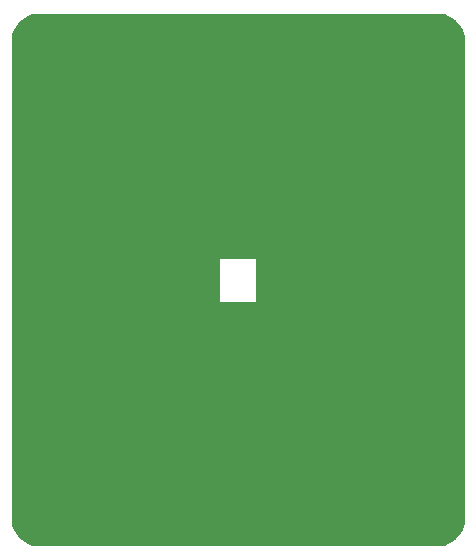
<source format=gbr>
%TF.GenerationSoftware,KiCad,Pcbnew,(5.1.10)-1*%
%TF.CreationDate,2023-05-11T10:09:18-05:00*%
%TF.ProjectId,perovskite_router,7065726f-7673-46b6-9974-655f726f7574,rev?*%
%TF.SameCoordinates,Original*%
%TF.FileFunction,Soldermask,Top*%
%TF.FilePolarity,Negative*%
%FSLAX46Y46*%
G04 Gerber Fmt 4.6, Leading zero omitted, Abs format (unit mm)*
G04 Created by KiCad (PCBNEW (5.1.10)-1) date 2023-05-11 10:09:18*
%MOMM*%
%LPD*%
G01*
G04 APERTURE LIST*
%ADD10C,2.100000*%
%ADD11R,4.000000X4.000000*%
%ADD12R,7.400000X3.800000*%
%ADD13O,1.700000X1.700000*%
%ADD14R,1.700000X1.700000*%
%ADD15C,0.254000*%
%ADD16C,0.100000*%
G04 APERTURE END LIST*
D10*
%TO.C,REF\u002A\u002A*%
X164453000Y-101117004D03*
%TD*%
%TO.C,REF\u002A\u002A*%
X164453000Y-71117004D03*
%TD*%
%TO.C,REF\u002A\u002A*%
X134453000Y-101117004D03*
%TD*%
%TO.C,REF\u002A\u002A*%
X134453000Y-71117004D03*
%TD*%
D11*
%TO.C,U1*%
X159652000Y-85646000D03*
X139452000Y-85646000D03*
X149352000Y-96246000D03*
X149402000Y-75946000D03*
D12*
X141202000Y-96446000D03*
X157652000Y-96446000D03*
X157652000Y-75846000D03*
X141202000Y-75846000D03*
%TD*%
D13*
%TO.C,J2*%
X160909000Y-106778000D03*
X158369000Y-106778000D03*
X155829000Y-106778000D03*
X153289000Y-106778000D03*
X150749000Y-106778000D03*
X148209000Y-106778000D03*
X145669000Y-106778000D03*
X143129000Y-106778000D03*
X140589000Y-106778000D03*
D14*
X138049000Y-106778000D03*
%TD*%
D13*
%TO.C,J1*%
X160909000Y-65278000D03*
X158369000Y-65278000D03*
X155829000Y-65278000D03*
X153289000Y-65278000D03*
X150749000Y-65278000D03*
X148209000Y-65278000D03*
X145669000Y-65278000D03*
X143129000Y-65278000D03*
X140589000Y-65278000D03*
D14*
X138049000Y-65278000D03*
%TD*%
D15*
X166934731Y-63673312D02*
X167228417Y-63805489D01*
X167504029Y-63972102D01*
X167757548Y-64170722D01*
X167985278Y-64398452D01*
X168183898Y-64651971D01*
X168350511Y-64927583D01*
X168482688Y-65221269D01*
X168529000Y-65369888D01*
X168529000Y-106715112D01*
X168482688Y-106863731D01*
X168350511Y-107157417D01*
X168183898Y-107433029D01*
X167985278Y-107686548D01*
X167757548Y-107914278D01*
X167504029Y-108112898D01*
X167228417Y-108279511D01*
X166934731Y-108411688D01*
X166786112Y-108458000D01*
X132171888Y-108458000D01*
X132023269Y-108411688D01*
X131729583Y-108279511D01*
X131453971Y-108112898D01*
X131200452Y-107914278D01*
X130972722Y-107686548D01*
X130774102Y-107433029D01*
X130607489Y-107157417D01*
X130475312Y-106863731D01*
X130429000Y-106715112D01*
X130429000Y-101117004D01*
X133423000Y-101117004D01*
X133442791Y-101317947D01*
X133501404Y-101511168D01*
X133596586Y-101689241D01*
X133724680Y-101845324D01*
X133880763Y-101973418D01*
X134058836Y-102068600D01*
X134252057Y-102127213D01*
X134453000Y-102147004D01*
X134653943Y-102127213D01*
X134847164Y-102068600D01*
X135025237Y-101973418D01*
X135181320Y-101845324D01*
X135309414Y-101689241D01*
X135404596Y-101511168D01*
X135463209Y-101317947D01*
X135483000Y-101117004D01*
X163423000Y-101117004D01*
X163442791Y-101317947D01*
X163501404Y-101511168D01*
X163596586Y-101689241D01*
X163724680Y-101845324D01*
X163880763Y-101973418D01*
X164058836Y-102068600D01*
X164252057Y-102127213D01*
X164453000Y-102147004D01*
X164653943Y-102127213D01*
X164847164Y-102068600D01*
X165025237Y-101973418D01*
X165181320Y-101845324D01*
X165309414Y-101689241D01*
X165404596Y-101511168D01*
X165463209Y-101317947D01*
X165483000Y-101117004D01*
X165463209Y-100916061D01*
X165404596Y-100722840D01*
X165309414Y-100544767D01*
X165181320Y-100388684D01*
X165025237Y-100260590D01*
X164847164Y-100165408D01*
X164653943Y-100106795D01*
X164453000Y-100087004D01*
X164252057Y-100106795D01*
X164058836Y-100165408D01*
X163880763Y-100260590D01*
X163724680Y-100388684D01*
X163596586Y-100544767D01*
X163501404Y-100722840D01*
X163442791Y-100916061D01*
X163423000Y-101117004D01*
X135483000Y-101117004D01*
X135463209Y-100916061D01*
X135404596Y-100722840D01*
X135309414Y-100544767D01*
X135181320Y-100388684D01*
X135025237Y-100260590D01*
X134847164Y-100165408D01*
X134653943Y-100106795D01*
X134453000Y-100087004D01*
X134252057Y-100106795D01*
X134058836Y-100165408D01*
X133880763Y-100260590D01*
X133724680Y-100388684D01*
X133596586Y-100544767D01*
X133501404Y-100722840D01*
X133442791Y-100916061D01*
X133423000Y-101117004D01*
X130429000Y-101117004D01*
X130429000Y-84112100D01*
X147828000Y-84112100D01*
X147828000Y-88049100D01*
X151066500Y-88049100D01*
X151066500Y-84112100D01*
X147828000Y-84112100D01*
X130429000Y-84112100D01*
X130429000Y-71117004D01*
X133423000Y-71117004D01*
X133442791Y-71317947D01*
X133501404Y-71511168D01*
X133596586Y-71689241D01*
X133724680Y-71845324D01*
X133880763Y-71973418D01*
X134058836Y-72068600D01*
X134252057Y-72127213D01*
X134453000Y-72147004D01*
X134653943Y-72127213D01*
X134847164Y-72068600D01*
X135025237Y-71973418D01*
X135181320Y-71845324D01*
X135309414Y-71689241D01*
X135404596Y-71511168D01*
X135463209Y-71317947D01*
X135483000Y-71117004D01*
X163423000Y-71117004D01*
X163442791Y-71317947D01*
X163501404Y-71511168D01*
X163596586Y-71689241D01*
X163724680Y-71845324D01*
X163880763Y-71973418D01*
X164058836Y-72068600D01*
X164252057Y-72127213D01*
X164453000Y-72147004D01*
X164653943Y-72127213D01*
X164847164Y-72068600D01*
X165025237Y-71973418D01*
X165181320Y-71845324D01*
X165309414Y-71689241D01*
X165404596Y-71511168D01*
X165463209Y-71317947D01*
X165483000Y-71117004D01*
X165463209Y-70916061D01*
X165404596Y-70722840D01*
X165309414Y-70544767D01*
X165181320Y-70388684D01*
X165025237Y-70260590D01*
X164847164Y-70165408D01*
X164653943Y-70106795D01*
X164453000Y-70087004D01*
X164252057Y-70106795D01*
X164058836Y-70165408D01*
X163880763Y-70260590D01*
X163724680Y-70388684D01*
X163596586Y-70544767D01*
X163501404Y-70722840D01*
X163442791Y-70916061D01*
X163423000Y-71117004D01*
X135483000Y-71117004D01*
X135463209Y-70916061D01*
X135404596Y-70722840D01*
X135309414Y-70544767D01*
X135181320Y-70388684D01*
X135025237Y-70260590D01*
X134847164Y-70165408D01*
X134653943Y-70106795D01*
X134453000Y-70087004D01*
X134252057Y-70106795D01*
X134058836Y-70165408D01*
X133880763Y-70260590D01*
X133724680Y-70388684D01*
X133596586Y-70544767D01*
X133501404Y-70722840D01*
X133442791Y-70916061D01*
X133423000Y-71117004D01*
X130429000Y-71117004D01*
X130429000Y-65369888D01*
X130475312Y-65221269D01*
X130607489Y-64927583D01*
X130774102Y-64651971D01*
X130972722Y-64398452D01*
X131200452Y-64170722D01*
X131453971Y-63972102D01*
X131729583Y-63805489D01*
X132023269Y-63673312D01*
X132171888Y-63627000D01*
X166786112Y-63627000D01*
X166934731Y-63673312D01*
D16*
G36*
X166934731Y-63673312D02*
G01*
X167228417Y-63805489D01*
X167504029Y-63972102D01*
X167757548Y-64170722D01*
X167985278Y-64398452D01*
X168183898Y-64651971D01*
X168350511Y-64927583D01*
X168482688Y-65221269D01*
X168529000Y-65369888D01*
X168529000Y-106715112D01*
X168482688Y-106863731D01*
X168350511Y-107157417D01*
X168183898Y-107433029D01*
X167985278Y-107686548D01*
X167757548Y-107914278D01*
X167504029Y-108112898D01*
X167228417Y-108279511D01*
X166934731Y-108411688D01*
X166786112Y-108458000D01*
X132171888Y-108458000D01*
X132023269Y-108411688D01*
X131729583Y-108279511D01*
X131453971Y-108112898D01*
X131200452Y-107914278D01*
X130972722Y-107686548D01*
X130774102Y-107433029D01*
X130607489Y-107157417D01*
X130475312Y-106863731D01*
X130429000Y-106715112D01*
X130429000Y-101117004D01*
X133423000Y-101117004D01*
X133442791Y-101317947D01*
X133501404Y-101511168D01*
X133596586Y-101689241D01*
X133724680Y-101845324D01*
X133880763Y-101973418D01*
X134058836Y-102068600D01*
X134252057Y-102127213D01*
X134453000Y-102147004D01*
X134653943Y-102127213D01*
X134847164Y-102068600D01*
X135025237Y-101973418D01*
X135181320Y-101845324D01*
X135309414Y-101689241D01*
X135404596Y-101511168D01*
X135463209Y-101317947D01*
X135483000Y-101117004D01*
X163423000Y-101117004D01*
X163442791Y-101317947D01*
X163501404Y-101511168D01*
X163596586Y-101689241D01*
X163724680Y-101845324D01*
X163880763Y-101973418D01*
X164058836Y-102068600D01*
X164252057Y-102127213D01*
X164453000Y-102147004D01*
X164653943Y-102127213D01*
X164847164Y-102068600D01*
X165025237Y-101973418D01*
X165181320Y-101845324D01*
X165309414Y-101689241D01*
X165404596Y-101511168D01*
X165463209Y-101317947D01*
X165483000Y-101117004D01*
X165463209Y-100916061D01*
X165404596Y-100722840D01*
X165309414Y-100544767D01*
X165181320Y-100388684D01*
X165025237Y-100260590D01*
X164847164Y-100165408D01*
X164653943Y-100106795D01*
X164453000Y-100087004D01*
X164252057Y-100106795D01*
X164058836Y-100165408D01*
X163880763Y-100260590D01*
X163724680Y-100388684D01*
X163596586Y-100544767D01*
X163501404Y-100722840D01*
X163442791Y-100916061D01*
X163423000Y-101117004D01*
X135483000Y-101117004D01*
X135463209Y-100916061D01*
X135404596Y-100722840D01*
X135309414Y-100544767D01*
X135181320Y-100388684D01*
X135025237Y-100260590D01*
X134847164Y-100165408D01*
X134653943Y-100106795D01*
X134453000Y-100087004D01*
X134252057Y-100106795D01*
X134058836Y-100165408D01*
X133880763Y-100260590D01*
X133724680Y-100388684D01*
X133596586Y-100544767D01*
X133501404Y-100722840D01*
X133442791Y-100916061D01*
X133423000Y-101117004D01*
X130429000Y-101117004D01*
X130429000Y-84112100D01*
X147828000Y-84112100D01*
X147828000Y-88049100D01*
X151066500Y-88049100D01*
X151066500Y-84112100D01*
X147828000Y-84112100D01*
X130429000Y-84112100D01*
X130429000Y-71117004D01*
X133423000Y-71117004D01*
X133442791Y-71317947D01*
X133501404Y-71511168D01*
X133596586Y-71689241D01*
X133724680Y-71845324D01*
X133880763Y-71973418D01*
X134058836Y-72068600D01*
X134252057Y-72127213D01*
X134453000Y-72147004D01*
X134653943Y-72127213D01*
X134847164Y-72068600D01*
X135025237Y-71973418D01*
X135181320Y-71845324D01*
X135309414Y-71689241D01*
X135404596Y-71511168D01*
X135463209Y-71317947D01*
X135483000Y-71117004D01*
X163423000Y-71117004D01*
X163442791Y-71317947D01*
X163501404Y-71511168D01*
X163596586Y-71689241D01*
X163724680Y-71845324D01*
X163880763Y-71973418D01*
X164058836Y-72068600D01*
X164252057Y-72127213D01*
X164453000Y-72147004D01*
X164653943Y-72127213D01*
X164847164Y-72068600D01*
X165025237Y-71973418D01*
X165181320Y-71845324D01*
X165309414Y-71689241D01*
X165404596Y-71511168D01*
X165463209Y-71317947D01*
X165483000Y-71117004D01*
X165463209Y-70916061D01*
X165404596Y-70722840D01*
X165309414Y-70544767D01*
X165181320Y-70388684D01*
X165025237Y-70260590D01*
X164847164Y-70165408D01*
X164653943Y-70106795D01*
X164453000Y-70087004D01*
X164252057Y-70106795D01*
X164058836Y-70165408D01*
X163880763Y-70260590D01*
X163724680Y-70388684D01*
X163596586Y-70544767D01*
X163501404Y-70722840D01*
X163442791Y-70916061D01*
X163423000Y-71117004D01*
X135483000Y-71117004D01*
X135463209Y-70916061D01*
X135404596Y-70722840D01*
X135309414Y-70544767D01*
X135181320Y-70388684D01*
X135025237Y-70260590D01*
X134847164Y-70165408D01*
X134653943Y-70106795D01*
X134453000Y-70087004D01*
X134252057Y-70106795D01*
X134058836Y-70165408D01*
X133880763Y-70260590D01*
X133724680Y-70388684D01*
X133596586Y-70544767D01*
X133501404Y-70722840D01*
X133442791Y-70916061D01*
X133423000Y-71117004D01*
X130429000Y-71117004D01*
X130429000Y-65369888D01*
X130475312Y-65221269D01*
X130607489Y-64927583D01*
X130774102Y-64651971D01*
X130972722Y-64398452D01*
X131200452Y-64170722D01*
X131453971Y-63972102D01*
X131729583Y-63805489D01*
X132023269Y-63673312D01*
X132171888Y-63627000D01*
X166786112Y-63627000D01*
X166934731Y-63673312D01*
G37*
M02*

</source>
